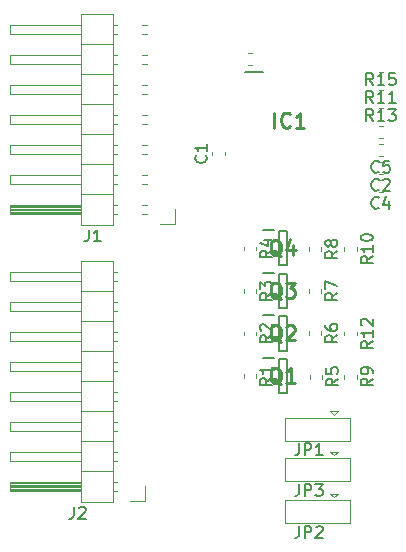
<source format=gto>
%TF.GenerationSoftware,KiCad,Pcbnew,(5.1.6)-1*%
%TF.CreationDate,2020-08-11T11:23:43+09:00*%
%TF.ProjectId,BLDC_MD_DRV10970,424c4443-5f4d-4445-9f44-525631303937,rev?*%
%TF.SameCoordinates,Original*%
%TF.FileFunction,Legend,Top*%
%TF.FilePolarity,Positive*%
%FSLAX46Y46*%
G04 Gerber Fmt 4.6, Leading zero omitted, Abs format (unit mm)*
G04 Created by KiCad (PCBNEW (5.1.6)-1) date 2020-08-11 11:23:43*
%MOMM*%
%LPD*%
G01*
G04 APERTURE LIST*
%ADD10C,0.120000*%
%ADD11C,0.200000*%
%ADD12C,0.150000*%
%ADD13C,0.254000*%
G04 APERTURE END LIST*
D10*
%TO.C,R15*%
X157586461Y-98452400D02*
X157912019Y-98452400D01*
X157586461Y-97432400D02*
X157912019Y-97432400D01*
%TO.C,R14*%
X146547621Y-95252000D02*
X146873179Y-95252000D01*
X146547621Y-94232000D02*
X146873179Y-94232000D01*
%TO.C,R13*%
X157586461Y-101500400D02*
X157912019Y-101500400D01*
X157586461Y-100480400D02*
X157912019Y-100480400D01*
%TO.C,R12*%
X154684000Y-117845621D02*
X154684000Y-118171179D01*
X155704000Y-117845621D02*
X155704000Y-118171179D01*
%TO.C,R11*%
X157586461Y-99976400D02*
X157912019Y-99976400D01*
X157586461Y-98956400D02*
X157912019Y-98956400D01*
%TO.C,R10*%
X154684000Y-110682821D02*
X154684000Y-111008379D01*
X155704000Y-110682821D02*
X155704000Y-111008379D01*
%TO.C,R9*%
X154684000Y-121503221D02*
X154684000Y-121828779D01*
X155704000Y-121503221D02*
X155704000Y-121828779D01*
%TO.C,R8*%
X151686800Y-110708121D02*
X151686800Y-111033679D01*
X152706800Y-110708121D02*
X152706800Y-111033679D01*
%TO.C,R7*%
X151686800Y-114238821D02*
X151686800Y-114564379D01*
X152706800Y-114238821D02*
X152706800Y-114564379D01*
%TO.C,R6*%
X151686800Y-117820121D02*
X151686800Y-118145679D01*
X152706800Y-117820121D02*
X152706800Y-118145679D01*
%TO.C,R5*%
X151737600Y-121503221D02*
X151737600Y-121828779D01*
X152757600Y-121503221D02*
X152757600Y-121828779D01*
%TO.C,R4*%
X146149600Y-110657321D02*
X146149600Y-110982879D01*
X147169600Y-110657321D02*
X147169600Y-110982879D01*
%TO.C,R3*%
X146149600Y-114238821D02*
X146149600Y-114564379D01*
X147169600Y-114238821D02*
X147169600Y-114564379D01*
%TO.C,R2*%
X146149600Y-117845621D02*
X146149600Y-118171179D01*
X147169600Y-117845621D02*
X147169600Y-118171179D01*
%TO.C,R1*%
X146149600Y-121452421D02*
X146149600Y-121777979D01*
X147169600Y-121452421D02*
X147169600Y-121777979D01*
D11*
%TO.C,Q4*%
X147753600Y-109244800D02*
X148753600Y-109244800D01*
X149103600Y-112254800D02*
X149103600Y-109334800D01*
X149803600Y-112254800D02*
X149103600Y-112254800D01*
X149803600Y-109334800D02*
X149803600Y-112254800D01*
X149103600Y-109334800D02*
X149803600Y-109334800D01*
%TO.C,Q3*%
X147753600Y-112851600D02*
X148753600Y-112851600D01*
X149103600Y-115861600D02*
X149103600Y-112941600D01*
X149803600Y-115861600D02*
X149103600Y-115861600D01*
X149803600Y-112941600D02*
X149803600Y-115861600D01*
X149103600Y-112941600D02*
X149803600Y-112941600D01*
%TO.C,Q2*%
X147753600Y-116458400D02*
X148753600Y-116458400D01*
X149103600Y-119468400D02*
X149103600Y-116548400D01*
X149803600Y-119468400D02*
X149103600Y-119468400D01*
X149803600Y-116548400D02*
X149803600Y-119468400D01*
X149103600Y-116548400D02*
X149803600Y-116548400D01*
%TO.C,Q1*%
X147753600Y-120065200D02*
X148753600Y-120065200D01*
X149103600Y-123075200D02*
X149103600Y-120155200D01*
X149803600Y-123075200D02*
X149103600Y-123075200D01*
X149803600Y-120155200D02*
X149803600Y-123075200D01*
X149103600Y-120155200D02*
X149803600Y-120155200D01*
D10*
%TO.C,JP3*%
X155150000Y-130540000D02*
X149650000Y-130540000D01*
X149650000Y-130540000D02*
X149650000Y-128590000D01*
X149650000Y-128590000D02*
X155150000Y-128590000D01*
X155150000Y-128590000D02*
X155150000Y-130540000D01*
X153800000Y-128340000D02*
X154100000Y-128040000D01*
X154100000Y-128040000D02*
X153500000Y-128040000D01*
X153500000Y-128040000D02*
X153800000Y-128340000D01*
%TO.C,JP2*%
X155150000Y-134096000D02*
X149650000Y-134096000D01*
X149650000Y-134096000D02*
X149650000Y-132146000D01*
X149650000Y-132146000D02*
X155150000Y-132146000D01*
X155150000Y-132146000D02*
X155150000Y-134096000D01*
X153800000Y-131896000D02*
X154100000Y-131596000D01*
X154100000Y-131596000D02*
X153500000Y-131596000D01*
X153500000Y-131596000D02*
X153800000Y-131896000D01*
%TO.C,JP1*%
X155150000Y-127085600D02*
X149650000Y-127085600D01*
X149650000Y-127085600D02*
X149650000Y-125135600D01*
X149650000Y-125135600D02*
X155150000Y-125135600D01*
X155150000Y-125135600D02*
X155150000Y-127085600D01*
X153800000Y-124885600D02*
X154100000Y-124585600D01*
X154100000Y-124585600D02*
X153500000Y-124585600D01*
X153500000Y-124585600D02*
X153800000Y-124885600D01*
%TO.C,J2*%
X137769600Y-132232400D02*
X136499600Y-132232400D01*
X137769600Y-130962400D02*
X137769600Y-132232400D01*
X135456671Y-112802400D02*
X135059600Y-112802400D01*
X135456671Y-113562400D02*
X135059600Y-113562400D01*
X126399600Y-112802400D02*
X132399600Y-112802400D01*
X126399600Y-113562400D02*
X126399600Y-112802400D01*
X132399600Y-113562400D02*
X126399600Y-113562400D01*
X135059600Y-114452400D02*
X132399600Y-114452400D01*
X135456671Y-115342400D02*
X135059600Y-115342400D01*
X135456671Y-116102400D02*
X135059600Y-116102400D01*
X126399600Y-115342400D02*
X132399600Y-115342400D01*
X126399600Y-116102400D02*
X126399600Y-115342400D01*
X132399600Y-116102400D02*
X126399600Y-116102400D01*
X135059600Y-116992400D02*
X132399600Y-116992400D01*
X135456671Y-117882400D02*
X135059600Y-117882400D01*
X135456671Y-118642400D02*
X135059600Y-118642400D01*
X126399600Y-117882400D02*
X132399600Y-117882400D01*
X126399600Y-118642400D02*
X126399600Y-117882400D01*
X132399600Y-118642400D02*
X126399600Y-118642400D01*
X135059600Y-119532400D02*
X132399600Y-119532400D01*
X135456671Y-120422400D02*
X135059600Y-120422400D01*
X135456671Y-121182400D02*
X135059600Y-121182400D01*
X126399600Y-120422400D02*
X132399600Y-120422400D01*
X126399600Y-121182400D02*
X126399600Y-120422400D01*
X132399600Y-121182400D02*
X126399600Y-121182400D01*
X135059600Y-122072400D02*
X132399600Y-122072400D01*
X135456671Y-122962400D02*
X135059600Y-122962400D01*
X135456671Y-123722400D02*
X135059600Y-123722400D01*
X126399600Y-122962400D02*
X132399600Y-122962400D01*
X126399600Y-123722400D02*
X126399600Y-122962400D01*
X132399600Y-123722400D02*
X126399600Y-123722400D01*
X135059600Y-124612400D02*
X132399600Y-124612400D01*
X135456671Y-125502400D02*
X135059600Y-125502400D01*
X135456671Y-126262400D02*
X135059600Y-126262400D01*
X126399600Y-125502400D02*
X132399600Y-125502400D01*
X126399600Y-126262400D02*
X126399600Y-125502400D01*
X132399600Y-126262400D02*
X126399600Y-126262400D01*
X135059600Y-127152400D02*
X132399600Y-127152400D01*
X135456671Y-128042400D02*
X135059600Y-128042400D01*
X135456671Y-128802400D02*
X135059600Y-128802400D01*
X126399600Y-128042400D02*
X132399600Y-128042400D01*
X126399600Y-128802400D02*
X126399600Y-128042400D01*
X132399600Y-128802400D02*
X126399600Y-128802400D01*
X135059600Y-129692400D02*
X132399600Y-129692400D01*
X135389600Y-130582400D02*
X135059600Y-130582400D01*
X135389600Y-131342400D02*
X135059600Y-131342400D01*
X132399600Y-130682400D02*
X126399600Y-130682400D01*
X132399600Y-130802400D02*
X126399600Y-130802400D01*
X132399600Y-130922400D02*
X126399600Y-130922400D01*
X132399600Y-131042400D02*
X126399600Y-131042400D01*
X132399600Y-131162400D02*
X126399600Y-131162400D01*
X132399600Y-131282400D02*
X126399600Y-131282400D01*
X126399600Y-130582400D02*
X132399600Y-130582400D01*
X126399600Y-131342400D02*
X126399600Y-130582400D01*
X132399600Y-131342400D02*
X126399600Y-131342400D01*
X132399600Y-132292400D02*
X135059600Y-132292400D01*
X132399600Y-111852400D02*
X132399600Y-132292400D01*
X135059600Y-111852400D02*
X132399600Y-111852400D01*
X135059600Y-132292400D02*
X135059600Y-111852400D01*
%TO.C,J1*%
X140309600Y-108762800D02*
X139039600Y-108762800D01*
X140309600Y-107492800D02*
X140309600Y-108762800D01*
X137996671Y-91872800D02*
X137542529Y-91872800D01*
X137996671Y-92632800D02*
X137542529Y-92632800D01*
X135456671Y-91872800D02*
X135059600Y-91872800D01*
X135456671Y-92632800D02*
X135059600Y-92632800D01*
X126399600Y-91872800D02*
X132399600Y-91872800D01*
X126399600Y-92632800D02*
X126399600Y-91872800D01*
X132399600Y-92632800D02*
X126399600Y-92632800D01*
X135059600Y-93522800D02*
X132399600Y-93522800D01*
X137996671Y-94412800D02*
X137542529Y-94412800D01*
X137996671Y-95172800D02*
X137542529Y-95172800D01*
X135456671Y-94412800D02*
X135059600Y-94412800D01*
X135456671Y-95172800D02*
X135059600Y-95172800D01*
X126399600Y-94412800D02*
X132399600Y-94412800D01*
X126399600Y-95172800D02*
X126399600Y-94412800D01*
X132399600Y-95172800D02*
X126399600Y-95172800D01*
X135059600Y-96062800D02*
X132399600Y-96062800D01*
X137996671Y-96952800D02*
X137542529Y-96952800D01*
X137996671Y-97712800D02*
X137542529Y-97712800D01*
X135456671Y-96952800D02*
X135059600Y-96952800D01*
X135456671Y-97712800D02*
X135059600Y-97712800D01*
X126399600Y-96952800D02*
X132399600Y-96952800D01*
X126399600Y-97712800D02*
X126399600Y-96952800D01*
X132399600Y-97712800D02*
X126399600Y-97712800D01*
X135059600Y-98602800D02*
X132399600Y-98602800D01*
X137996671Y-99492800D02*
X137542529Y-99492800D01*
X137996671Y-100252800D02*
X137542529Y-100252800D01*
X135456671Y-99492800D02*
X135059600Y-99492800D01*
X135456671Y-100252800D02*
X135059600Y-100252800D01*
X126399600Y-99492800D02*
X132399600Y-99492800D01*
X126399600Y-100252800D02*
X126399600Y-99492800D01*
X132399600Y-100252800D02*
X126399600Y-100252800D01*
X135059600Y-101142800D02*
X132399600Y-101142800D01*
X137996671Y-102032800D02*
X137542529Y-102032800D01*
X137996671Y-102792800D02*
X137542529Y-102792800D01*
X135456671Y-102032800D02*
X135059600Y-102032800D01*
X135456671Y-102792800D02*
X135059600Y-102792800D01*
X126399600Y-102032800D02*
X132399600Y-102032800D01*
X126399600Y-102792800D02*
X126399600Y-102032800D01*
X132399600Y-102792800D02*
X126399600Y-102792800D01*
X135059600Y-103682800D02*
X132399600Y-103682800D01*
X137996671Y-104572800D02*
X137542529Y-104572800D01*
X137996671Y-105332800D02*
X137542529Y-105332800D01*
X135456671Y-104572800D02*
X135059600Y-104572800D01*
X135456671Y-105332800D02*
X135059600Y-105332800D01*
X126399600Y-104572800D02*
X132399600Y-104572800D01*
X126399600Y-105332800D02*
X126399600Y-104572800D01*
X132399600Y-105332800D02*
X126399600Y-105332800D01*
X135059600Y-106222800D02*
X132399600Y-106222800D01*
X137929600Y-107112800D02*
X137542529Y-107112800D01*
X137929600Y-107872800D02*
X137542529Y-107872800D01*
X135456671Y-107112800D02*
X135059600Y-107112800D01*
X135456671Y-107872800D02*
X135059600Y-107872800D01*
X132399600Y-107212800D02*
X126399600Y-107212800D01*
X132399600Y-107332800D02*
X126399600Y-107332800D01*
X132399600Y-107452800D02*
X126399600Y-107452800D01*
X132399600Y-107572800D02*
X126399600Y-107572800D01*
X132399600Y-107692800D02*
X126399600Y-107692800D01*
X132399600Y-107812800D02*
X126399600Y-107812800D01*
X126399600Y-107112800D02*
X132399600Y-107112800D01*
X126399600Y-107872800D02*
X126399600Y-107112800D01*
X132399600Y-107872800D02*
X126399600Y-107872800D01*
X132399600Y-108822800D02*
X135059600Y-108822800D01*
X132399600Y-90922800D02*
X132399600Y-108822800D01*
X135059600Y-90922800D02*
X132399600Y-90922800D01*
X135059600Y-108822800D02*
X135059600Y-90922800D01*
D11*
%TO.C,IC1*%
X146300000Y-95850000D02*
X147800000Y-95850000D01*
D10*
%TO.C,C5*%
X157912019Y-102004400D02*
X157586461Y-102004400D01*
X157912019Y-103024400D02*
X157586461Y-103024400D01*
%TO.C,C4*%
X157912019Y-105052400D02*
X157586461Y-105052400D01*
X157912019Y-106072400D02*
X157586461Y-106072400D01*
%TO.C,C3*%
X157586461Y-96928400D02*
X157912019Y-96928400D01*
X157586461Y-95908400D02*
X157912019Y-95908400D01*
%TO.C,C2*%
X157912019Y-103528400D02*
X157586461Y-103528400D01*
X157912019Y-104548400D02*
X157586461Y-104548400D01*
%TO.C,C1*%
X144528000Y-102931179D02*
X144528000Y-102605621D01*
X143508000Y-102931179D02*
X143508000Y-102605621D01*
%TO.C,R15*%
D12*
X157106382Y-96964780D02*
X156773049Y-96488590D01*
X156534954Y-96964780D02*
X156534954Y-95964780D01*
X156915906Y-95964780D01*
X157011144Y-96012400D01*
X157058763Y-96060019D01*
X157106382Y-96155257D01*
X157106382Y-96298114D01*
X157058763Y-96393352D01*
X157011144Y-96440971D01*
X156915906Y-96488590D01*
X156534954Y-96488590D01*
X158058763Y-96964780D02*
X157487335Y-96964780D01*
X157773049Y-96964780D02*
X157773049Y-95964780D01*
X157677811Y-96107638D01*
X157582573Y-96202876D01*
X157487335Y-96250495D01*
X158963525Y-95964780D02*
X158487335Y-95964780D01*
X158439716Y-96440971D01*
X158487335Y-96393352D01*
X158582573Y-96345733D01*
X158820668Y-96345733D01*
X158915906Y-96393352D01*
X158963525Y-96440971D01*
X159011144Y-96536209D01*
X159011144Y-96774304D01*
X158963525Y-96869542D01*
X158915906Y-96917161D01*
X158820668Y-96964780D01*
X158582573Y-96964780D01*
X158487335Y-96917161D01*
X158439716Y-96869542D01*
%TO.C,R13*%
X157106382Y-100012780D02*
X156773049Y-99536590D01*
X156534954Y-100012780D02*
X156534954Y-99012780D01*
X156915906Y-99012780D01*
X157011144Y-99060400D01*
X157058763Y-99108019D01*
X157106382Y-99203257D01*
X157106382Y-99346114D01*
X157058763Y-99441352D01*
X157011144Y-99488971D01*
X156915906Y-99536590D01*
X156534954Y-99536590D01*
X158058763Y-100012780D02*
X157487335Y-100012780D01*
X157773049Y-100012780D02*
X157773049Y-99012780D01*
X157677811Y-99155638D01*
X157582573Y-99250876D01*
X157487335Y-99298495D01*
X158392097Y-99012780D02*
X159011144Y-99012780D01*
X158677811Y-99393733D01*
X158820668Y-99393733D01*
X158915906Y-99441352D01*
X158963525Y-99488971D01*
X159011144Y-99584209D01*
X159011144Y-99822304D01*
X158963525Y-99917542D01*
X158915906Y-99965161D01*
X158820668Y-100012780D01*
X158534954Y-100012780D01*
X158439716Y-99965161D01*
X158392097Y-99917542D01*
%TO.C,R12*%
X157076380Y-118651257D02*
X156600190Y-118984590D01*
X157076380Y-119222685D02*
X156076380Y-119222685D01*
X156076380Y-118841733D01*
X156124000Y-118746495D01*
X156171619Y-118698876D01*
X156266857Y-118651257D01*
X156409714Y-118651257D01*
X156504952Y-118698876D01*
X156552571Y-118746495D01*
X156600190Y-118841733D01*
X156600190Y-119222685D01*
X157076380Y-117698876D02*
X157076380Y-118270304D01*
X157076380Y-117984590D02*
X156076380Y-117984590D01*
X156219238Y-118079828D01*
X156314476Y-118175066D01*
X156362095Y-118270304D01*
X156171619Y-117317923D02*
X156124000Y-117270304D01*
X156076380Y-117175066D01*
X156076380Y-116936971D01*
X156124000Y-116841733D01*
X156171619Y-116794114D01*
X156266857Y-116746495D01*
X156362095Y-116746495D01*
X156504952Y-116794114D01*
X157076380Y-117365542D01*
X157076380Y-116746495D01*
%TO.C,R11*%
X157106382Y-98488780D02*
X156773049Y-98012590D01*
X156534954Y-98488780D02*
X156534954Y-97488780D01*
X156915906Y-97488780D01*
X157011144Y-97536400D01*
X157058763Y-97584019D01*
X157106382Y-97679257D01*
X157106382Y-97822114D01*
X157058763Y-97917352D01*
X157011144Y-97964971D01*
X156915906Y-98012590D01*
X156534954Y-98012590D01*
X158058763Y-98488780D02*
X157487335Y-98488780D01*
X157773049Y-98488780D02*
X157773049Y-97488780D01*
X157677811Y-97631638D01*
X157582573Y-97726876D01*
X157487335Y-97774495D01*
X159011144Y-98488780D02*
X158439716Y-98488780D01*
X158725430Y-98488780D02*
X158725430Y-97488780D01*
X158630192Y-97631638D01*
X158534954Y-97726876D01*
X158439716Y-97774495D01*
%TO.C,R10*%
X157076380Y-111488457D02*
X156600190Y-111821790D01*
X157076380Y-112059885D02*
X156076380Y-112059885D01*
X156076380Y-111678933D01*
X156124000Y-111583695D01*
X156171619Y-111536076D01*
X156266857Y-111488457D01*
X156409714Y-111488457D01*
X156504952Y-111536076D01*
X156552571Y-111583695D01*
X156600190Y-111678933D01*
X156600190Y-112059885D01*
X157076380Y-110536076D02*
X157076380Y-111107504D01*
X157076380Y-110821790D02*
X156076380Y-110821790D01*
X156219238Y-110917028D01*
X156314476Y-111012266D01*
X156362095Y-111107504D01*
X156076380Y-109917028D02*
X156076380Y-109821790D01*
X156124000Y-109726552D01*
X156171619Y-109678933D01*
X156266857Y-109631314D01*
X156457333Y-109583695D01*
X156695428Y-109583695D01*
X156885904Y-109631314D01*
X156981142Y-109678933D01*
X157028761Y-109726552D01*
X157076380Y-109821790D01*
X157076380Y-109917028D01*
X157028761Y-110012266D01*
X156981142Y-110059885D01*
X156885904Y-110107504D01*
X156695428Y-110155123D01*
X156457333Y-110155123D01*
X156266857Y-110107504D01*
X156171619Y-110059885D01*
X156124000Y-110012266D01*
X156076380Y-109917028D01*
%TO.C,R9*%
X157076380Y-121832666D02*
X156600190Y-122166000D01*
X157076380Y-122404095D02*
X156076380Y-122404095D01*
X156076380Y-122023142D01*
X156124000Y-121927904D01*
X156171619Y-121880285D01*
X156266857Y-121832666D01*
X156409714Y-121832666D01*
X156504952Y-121880285D01*
X156552571Y-121927904D01*
X156600190Y-122023142D01*
X156600190Y-122404095D01*
X157076380Y-121356476D02*
X157076380Y-121166000D01*
X157028761Y-121070761D01*
X156981142Y-121023142D01*
X156838285Y-120927904D01*
X156647809Y-120880285D01*
X156266857Y-120880285D01*
X156171619Y-120927904D01*
X156124000Y-120975523D01*
X156076380Y-121070761D01*
X156076380Y-121261238D01*
X156124000Y-121356476D01*
X156171619Y-121404095D01*
X156266857Y-121451714D01*
X156504952Y-121451714D01*
X156600190Y-121404095D01*
X156647809Y-121356476D01*
X156695428Y-121261238D01*
X156695428Y-121070761D01*
X156647809Y-120975523D01*
X156600190Y-120927904D01*
X156504952Y-120880285D01*
%TO.C,R8*%
X154079180Y-111037566D02*
X153602990Y-111370900D01*
X154079180Y-111608995D02*
X153079180Y-111608995D01*
X153079180Y-111228042D01*
X153126800Y-111132804D01*
X153174419Y-111085185D01*
X153269657Y-111037566D01*
X153412514Y-111037566D01*
X153507752Y-111085185D01*
X153555371Y-111132804D01*
X153602990Y-111228042D01*
X153602990Y-111608995D01*
X153507752Y-110466138D02*
X153460133Y-110561376D01*
X153412514Y-110608995D01*
X153317276Y-110656614D01*
X153269657Y-110656614D01*
X153174419Y-110608995D01*
X153126800Y-110561376D01*
X153079180Y-110466138D01*
X153079180Y-110275661D01*
X153126800Y-110180423D01*
X153174419Y-110132804D01*
X153269657Y-110085185D01*
X153317276Y-110085185D01*
X153412514Y-110132804D01*
X153460133Y-110180423D01*
X153507752Y-110275661D01*
X153507752Y-110466138D01*
X153555371Y-110561376D01*
X153602990Y-110608995D01*
X153698228Y-110656614D01*
X153888704Y-110656614D01*
X153983942Y-110608995D01*
X154031561Y-110561376D01*
X154079180Y-110466138D01*
X154079180Y-110275661D01*
X154031561Y-110180423D01*
X153983942Y-110132804D01*
X153888704Y-110085185D01*
X153698228Y-110085185D01*
X153602990Y-110132804D01*
X153555371Y-110180423D01*
X153507752Y-110275661D01*
%TO.C,R7*%
X154079180Y-114568266D02*
X153602990Y-114901600D01*
X154079180Y-115139695D02*
X153079180Y-115139695D01*
X153079180Y-114758742D01*
X153126800Y-114663504D01*
X153174419Y-114615885D01*
X153269657Y-114568266D01*
X153412514Y-114568266D01*
X153507752Y-114615885D01*
X153555371Y-114663504D01*
X153602990Y-114758742D01*
X153602990Y-115139695D01*
X153079180Y-114234933D02*
X153079180Y-113568266D01*
X154079180Y-113996838D01*
%TO.C,R6*%
X154079180Y-118149566D02*
X153602990Y-118482900D01*
X154079180Y-118720995D02*
X153079180Y-118720995D01*
X153079180Y-118340042D01*
X153126800Y-118244804D01*
X153174419Y-118197185D01*
X153269657Y-118149566D01*
X153412514Y-118149566D01*
X153507752Y-118197185D01*
X153555371Y-118244804D01*
X153602990Y-118340042D01*
X153602990Y-118720995D01*
X153079180Y-117292423D02*
X153079180Y-117482900D01*
X153126800Y-117578138D01*
X153174419Y-117625757D01*
X153317276Y-117720995D01*
X153507752Y-117768614D01*
X153888704Y-117768614D01*
X153983942Y-117720995D01*
X154031561Y-117673376D01*
X154079180Y-117578138D01*
X154079180Y-117387661D01*
X154031561Y-117292423D01*
X153983942Y-117244804D01*
X153888704Y-117197185D01*
X153650609Y-117197185D01*
X153555371Y-117244804D01*
X153507752Y-117292423D01*
X153460133Y-117387661D01*
X153460133Y-117578138D01*
X153507752Y-117673376D01*
X153555371Y-117720995D01*
X153650609Y-117768614D01*
%TO.C,R5*%
X154129980Y-121832666D02*
X153653790Y-122166000D01*
X154129980Y-122404095D02*
X153129980Y-122404095D01*
X153129980Y-122023142D01*
X153177600Y-121927904D01*
X153225219Y-121880285D01*
X153320457Y-121832666D01*
X153463314Y-121832666D01*
X153558552Y-121880285D01*
X153606171Y-121927904D01*
X153653790Y-122023142D01*
X153653790Y-122404095D01*
X153129980Y-120927904D02*
X153129980Y-121404095D01*
X153606171Y-121451714D01*
X153558552Y-121404095D01*
X153510933Y-121308857D01*
X153510933Y-121070761D01*
X153558552Y-120975523D01*
X153606171Y-120927904D01*
X153701409Y-120880285D01*
X153939504Y-120880285D01*
X154034742Y-120927904D01*
X154082361Y-120975523D01*
X154129980Y-121070761D01*
X154129980Y-121308857D01*
X154082361Y-121404095D01*
X154034742Y-121451714D01*
%TO.C,R4*%
X148541980Y-110986766D02*
X148065790Y-111320100D01*
X148541980Y-111558195D02*
X147541980Y-111558195D01*
X147541980Y-111177242D01*
X147589600Y-111082004D01*
X147637219Y-111034385D01*
X147732457Y-110986766D01*
X147875314Y-110986766D01*
X147970552Y-111034385D01*
X148018171Y-111082004D01*
X148065790Y-111177242D01*
X148065790Y-111558195D01*
X147875314Y-110129623D02*
X148541980Y-110129623D01*
X147494361Y-110367719D02*
X148208647Y-110605814D01*
X148208647Y-109986766D01*
%TO.C,R3*%
X148541980Y-114568266D02*
X148065790Y-114901600D01*
X148541980Y-115139695D02*
X147541980Y-115139695D01*
X147541980Y-114758742D01*
X147589600Y-114663504D01*
X147637219Y-114615885D01*
X147732457Y-114568266D01*
X147875314Y-114568266D01*
X147970552Y-114615885D01*
X148018171Y-114663504D01*
X148065790Y-114758742D01*
X148065790Y-115139695D01*
X147541980Y-114234933D02*
X147541980Y-113615885D01*
X147922933Y-113949219D01*
X147922933Y-113806361D01*
X147970552Y-113711123D01*
X148018171Y-113663504D01*
X148113409Y-113615885D01*
X148351504Y-113615885D01*
X148446742Y-113663504D01*
X148494361Y-113711123D01*
X148541980Y-113806361D01*
X148541980Y-114092076D01*
X148494361Y-114187314D01*
X148446742Y-114234933D01*
%TO.C,R2*%
X148541980Y-118175066D02*
X148065790Y-118508400D01*
X148541980Y-118746495D02*
X147541980Y-118746495D01*
X147541980Y-118365542D01*
X147589600Y-118270304D01*
X147637219Y-118222685D01*
X147732457Y-118175066D01*
X147875314Y-118175066D01*
X147970552Y-118222685D01*
X148018171Y-118270304D01*
X148065790Y-118365542D01*
X148065790Y-118746495D01*
X147637219Y-117794114D02*
X147589600Y-117746495D01*
X147541980Y-117651257D01*
X147541980Y-117413161D01*
X147589600Y-117317923D01*
X147637219Y-117270304D01*
X147732457Y-117222685D01*
X147827695Y-117222685D01*
X147970552Y-117270304D01*
X148541980Y-117841733D01*
X148541980Y-117222685D01*
%TO.C,R1*%
X148541980Y-121781866D02*
X148065790Y-122115200D01*
X148541980Y-122353295D02*
X147541980Y-122353295D01*
X147541980Y-121972342D01*
X147589600Y-121877104D01*
X147637219Y-121829485D01*
X147732457Y-121781866D01*
X147875314Y-121781866D01*
X147970552Y-121829485D01*
X148018171Y-121877104D01*
X148065790Y-121972342D01*
X148065790Y-122353295D01*
X148541980Y-120829485D02*
X148541980Y-121400914D01*
X148541980Y-121115200D02*
X147541980Y-121115200D01*
X147684838Y-121210438D01*
X147780076Y-121305676D01*
X147827695Y-121400914D01*
%TO.C,Q4*%
D13*
X149332647Y-111490276D02*
X149211695Y-111429800D01*
X149090742Y-111308847D01*
X148909314Y-111127419D01*
X148788361Y-111066942D01*
X148667409Y-111066942D01*
X148727885Y-111369323D02*
X148606933Y-111308847D01*
X148485980Y-111187895D01*
X148425504Y-110945990D01*
X148425504Y-110522657D01*
X148485980Y-110280752D01*
X148606933Y-110159800D01*
X148727885Y-110099323D01*
X148969790Y-110099323D01*
X149090742Y-110159800D01*
X149211695Y-110280752D01*
X149272171Y-110522657D01*
X149272171Y-110945990D01*
X149211695Y-111187895D01*
X149090742Y-111308847D01*
X148969790Y-111369323D01*
X148727885Y-111369323D01*
X150360742Y-110522657D02*
X150360742Y-111369323D01*
X150058361Y-110038847D02*
X149755980Y-110945990D01*
X150542171Y-110945990D01*
%TO.C,Q3*%
X149332647Y-115097076D02*
X149211695Y-115036600D01*
X149090742Y-114915647D01*
X148909314Y-114734219D01*
X148788361Y-114673742D01*
X148667409Y-114673742D01*
X148727885Y-114976123D02*
X148606933Y-114915647D01*
X148485980Y-114794695D01*
X148425504Y-114552790D01*
X148425504Y-114129457D01*
X148485980Y-113887552D01*
X148606933Y-113766600D01*
X148727885Y-113706123D01*
X148969790Y-113706123D01*
X149090742Y-113766600D01*
X149211695Y-113887552D01*
X149272171Y-114129457D01*
X149272171Y-114552790D01*
X149211695Y-114794695D01*
X149090742Y-114915647D01*
X148969790Y-114976123D01*
X148727885Y-114976123D01*
X149695504Y-113706123D02*
X150481695Y-113706123D01*
X150058361Y-114189933D01*
X150239790Y-114189933D01*
X150360742Y-114250409D01*
X150421219Y-114310885D01*
X150481695Y-114431838D01*
X150481695Y-114734219D01*
X150421219Y-114855171D01*
X150360742Y-114915647D01*
X150239790Y-114976123D01*
X149876933Y-114976123D01*
X149755980Y-114915647D01*
X149695504Y-114855171D01*
%TO.C,Q2*%
X149332647Y-118703876D02*
X149211695Y-118643400D01*
X149090742Y-118522447D01*
X148909314Y-118341019D01*
X148788361Y-118280542D01*
X148667409Y-118280542D01*
X148727885Y-118582923D02*
X148606933Y-118522447D01*
X148485980Y-118401495D01*
X148425504Y-118159590D01*
X148425504Y-117736257D01*
X148485980Y-117494352D01*
X148606933Y-117373400D01*
X148727885Y-117312923D01*
X148969790Y-117312923D01*
X149090742Y-117373400D01*
X149211695Y-117494352D01*
X149272171Y-117736257D01*
X149272171Y-118159590D01*
X149211695Y-118401495D01*
X149090742Y-118522447D01*
X148969790Y-118582923D01*
X148727885Y-118582923D01*
X149755980Y-117433876D02*
X149816457Y-117373400D01*
X149937409Y-117312923D01*
X150239790Y-117312923D01*
X150360742Y-117373400D01*
X150421219Y-117433876D01*
X150481695Y-117554828D01*
X150481695Y-117675780D01*
X150421219Y-117857209D01*
X149695504Y-118582923D01*
X150481695Y-118582923D01*
%TO.C,Q1*%
X149332647Y-122310676D02*
X149211695Y-122250200D01*
X149090742Y-122129247D01*
X148909314Y-121947819D01*
X148788361Y-121887342D01*
X148667409Y-121887342D01*
X148727885Y-122189723D02*
X148606933Y-122129247D01*
X148485980Y-122008295D01*
X148425504Y-121766390D01*
X148425504Y-121343057D01*
X148485980Y-121101152D01*
X148606933Y-120980200D01*
X148727885Y-120919723D01*
X148969790Y-120919723D01*
X149090742Y-120980200D01*
X149211695Y-121101152D01*
X149272171Y-121343057D01*
X149272171Y-121766390D01*
X149211695Y-122008295D01*
X149090742Y-122129247D01*
X148969790Y-122189723D01*
X148727885Y-122189723D01*
X150481695Y-122189723D02*
X149755980Y-122189723D01*
X150118838Y-122189723D02*
X150118838Y-120919723D01*
X149997885Y-121101152D01*
X149876933Y-121222104D01*
X149755980Y-121282580D01*
%TO.C,JP3*%
D12*
X150841666Y-130767380D02*
X150841666Y-131481666D01*
X150794047Y-131624523D01*
X150698809Y-131719761D01*
X150555952Y-131767380D01*
X150460714Y-131767380D01*
X151317857Y-131767380D02*
X151317857Y-130767380D01*
X151698809Y-130767380D01*
X151794047Y-130815000D01*
X151841666Y-130862619D01*
X151889285Y-130957857D01*
X151889285Y-131100714D01*
X151841666Y-131195952D01*
X151794047Y-131243571D01*
X151698809Y-131291190D01*
X151317857Y-131291190D01*
X152222619Y-130767380D02*
X152841666Y-130767380D01*
X152508333Y-131148333D01*
X152651190Y-131148333D01*
X152746428Y-131195952D01*
X152794047Y-131243571D01*
X152841666Y-131338809D01*
X152841666Y-131576904D01*
X152794047Y-131672142D01*
X152746428Y-131719761D01*
X152651190Y-131767380D01*
X152365476Y-131767380D01*
X152270238Y-131719761D01*
X152222619Y-131672142D01*
%TO.C,JP2*%
X150841666Y-134323380D02*
X150841666Y-135037666D01*
X150794047Y-135180523D01*
X150698809Y-135275761D01*
X150555952Y-135323380D01*
X150460714Y-135323380D01*
X151317857Y-135323380D02*
X151317857Y-134323380D01*
X151698809Y-134323380D01*
X151794047Y-134371000D01*
X151841666Y-134418619D01*
X151889285Y-134513857D01*
X151889285Y-134656714D01*
X151841666Y-134751952D01*
X151794047Y-134799571D01*
X151698809Y-134847190D01*
X151317857Y-134847190D01*
X152270238Y-134418619D02*
X152317857Y-134371000D01*
X152413095Y-134323380D01*
X152651190Y-134323380D01*
X152746428Y-134371000D01*
X152794047Y-134418619D01*
X152841666Y-134513857D01*
X152841666Y-134609095D01*
X152794047Y-134751952D01*
X152222619Y-135323380D01*
X152841666Y-135323380D01*
%TO.C,JP1*%
X150841666Y-127312980D02*
X150841666Y-128027266D01*
X150794047Y-128170123D01*
X150698809Y-128265361D01*
X150555952Y-128312980D01*
X150460714Y-128312980D01*
X151317857Y-128312980D02*
X151317857Y-127312980D01*
X151698809Y-127312980D01*
X151794047Y-127360600D01*
X151841666Y-127408219D01*
X151889285Y-127503457D01*
X151889285Y-127646314D01*
X151841666Y-127741552D01*
X151794047Y-127789171D01*
X151698809Y-127836790D01*
X151317857Y-127836790D01*
X152841666Y-128312980D02*
X152270238Y-128312980D01*
X152555952Y-128312980D02*
X152555952Y-127312980D01*
X152460714Y-127455838D01*
X152365476Y-127551076D01*
X152270238Y-127598695D01*
%TO.C,J2*%
X131781266Y-132684780D02*
X131781266Y-133399066D01*
X131733647Y-133541923D01*
X131638409Y-133637161D01*
X131495552Y-133684780D01*
X131400314Y-133684780D01*
X132209838Y-132780019D02*
X132257457Y-132732400D01*
X132352695Y-132684780D01*
X132590790Y-132684780D01*
X132686028Y-132732400D01*
X132733647Y-132780019D01*
X132781266Y-132875257D01*
X132781266Y-132970495D01*
X132733647Y-133113352D01*
X132162219Y-133684780D01*
X132781266Y-133684780D01*
%TO.C,J1*%
X133051266Y-109215180D02*
X133051266Y-109929466D01*
X133003647Y-110072323D01*
X132908409Y-110167561D01*
X132765552Y-110215180D01*
X132670314Y-110215180D01*
X134051266Y-110215180D02*
X133479838Y-110215180D01*
X133765552Y-110215180D02*
X133765552Y-109215180D01*
X133670314Y-109358038D01*
X133575076Y-109453276D01*
X133479838Y-109500895D01*
%TO.C,IC1*%
D13*
X148760238Y-100574523D02*
X148760238Y-99304523D01*
X150090714Y-100453571D02*
X150030238Y-100514047D01*
X149848809Y-100574523D01*
X149727857Y-100574523D01*
X149546428Y-100514047D01*
X149425476Y-100393095D01*
X149365000Y-100272142D01*
X149304523Y-100030238D01*
X149304523Y-99848809D01*
X149365000Y-99606904D01*
X149425476Y-99485952D01*
X149546428Y-99365000D01*
X149727857Y-99304523D01*
X149848809Y-99304523D01*
X150030238Y-99365000D01*
X150090714Y-99425476D01*
X151300238Y-100574523D02*
X150574523Y-100574523D01*
X150937380Y-100574523D02*
X150937380Y-99304523D01*
X150816428Y-99485952D01*
X150695476Y-99606904D01*
X150574523Y-99667380D01*
%TO.C,C5*%
D12*
X157582573Y-104301542D02*
X157534954Y-104349161D01*
X157392097Y-104396780D01*
X157296859Y-104396780D01*
X157154001Y-104349161D01*
X157058763Y-104253923D01*
X157011144Y-104158685D01*
X156963525Y-103968209D01*
X156963525Y-103825352D01*
X157011144Y-103634876D01*
X157058763Y-103539638D01*
X157154001Y-103444400D01*
X157296859Y-103396780D01*
X157392097Y-103396780D01*
X157534954Y-103444400D01*
X157582573Y-103492019D01*
X158487335Y-103396780D02*
X158011144Y-103396780D01*
X157963525Y-103872971D01*
X158011144Y-103825352D01*
X158106382Y-103777733D01*
X158344478Y-103777733D01*
X158439716Y-103825352D01*
X158487335Y-103872971D01*
X158534954Y-103968209D01*
X158534954Y-104206304D01*
X158487335Y-104301542D01*
X158439716Y-104349161D01*
X158344478Y-104396780D01*
X158106382Y-104396780D01*
X158011144Y-104349161D01*
X157963525Y-104301542D01*
%TO.C,C4*%
X157582573Y-107349542D02*
X157534954Y-107397161D01*
X157392097Y-107444780D01*
X157296859Y-107444780D01*
X157154001Y-107397161D01*
X157058763Y-107301923D01*
X157011144Y-107206685D01*
X156963525Y-107016209D01*
X156963525Y-106873352D01*
X157011144Y-106682876D01*
X157058763Y-106587638D01*
X157154001Y-106492400D01*
X157296859Y-106444780D01*
X157392097Y-106444780D01*
X157534954Y-106492400D01*
X157582573Y-106540019D01*
X158439716Y-106778114D02*
X158439716Y-107444780D01*
X158201620Y-106397161D02*
X157963525Y-107111447D01*
X158582573Y-107111447D01*
%TO.C,C2*%
X157582573Y-105825542D02*
X157534954Y-105873161D01*
X157392097Y-105920780D01*
X157296859Y-105920780D01*
X157154001Y-105873161D01*
X157058763Y-105777923D01*
X157011144Y-105682685D01*
X156963525Y-105492209D01*
X156963525Y-105349352D01*
X157011144Y-105158876D01*
X157058763Y-105063638D01*
X157154001Y-104968400D01*
X157296859Y-104920780D01*
X157392097Y-104920780D01*
X157534954Y-104968400D01*
X157582573Y-105016019D01*
X157963525Y-105016019D02*
X158011144Y-104968400D01*
X158106382Y-104920780D01*
X158344478Y-104920780D01*
X158439716Y-104968400D01*
X158487335Y-105016019D01*
X158534954Y-105111257D01*
X158534954Y-105206495D01*
X158487335Y-105349352D01*
X157915906Y-105920780D01*
X158534954Y-105920780D01*
%TO.C,C1*%
X142945142Y-102935066D02*
X142992761Y-102982685D01*
X143040380Y-103125542D01*
X143040380Y-103220780D01*
X142992761Y-103363638D01*
X142897523Y-103458876D01*
X142802285Y-103506495D01*
X142611809Y-103554114D01*
X142468952Y-103554114D01*
X142278476Y-103506495D01*
X142183238Y-103458876D01*
X142088000Y-103363638D01*
X142040380Y-103220780D01*
X142040380Y-103125542D01*
X142088000Y-102982685D01*
X142135619Y-102935066D01*
X143040380Y-101982685D02*
X143040380Y-102554114D01*
X143040380Y-102268400D02*
X142040380Y-102268400D01*
X142183238Y-102363638D01*
X142278476Y-102458876D01*
X142326095Y-102554114D01*
%TD*%
M02*

</source>
